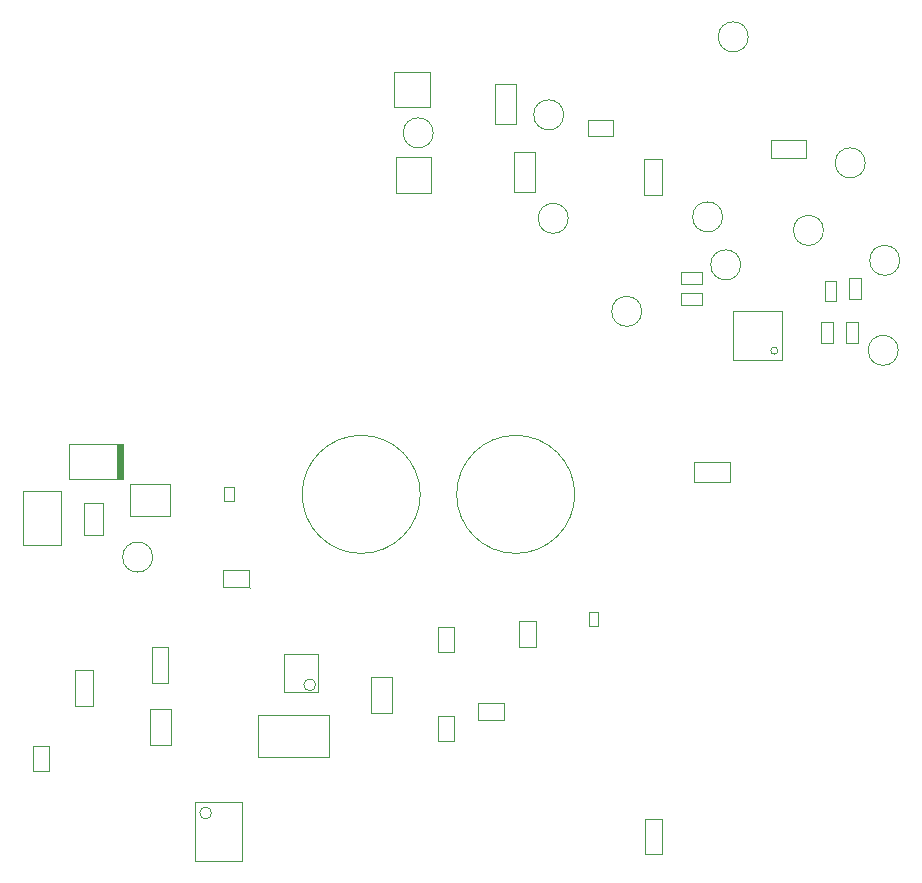
<source format=gbr>
%TF.GenerationSoftware,Altium Limited,Altium Designer,20.0.11 (256)*%
G04 Layer_Color=16711935*
%FSLAX26Y26*%
%MOIN*%
%TF.FileFunction,Other,Mechanical_13*%
%TF.Part,Single*%
G01*
G75*
%TA.AperFunction,NonConductor*%
%ADD110C,0.003937*%
%ADD165R,0.024358X0.114961*%
D110*
X1173150Y745000D02*
G03*
X1173150Y745000I-19685J0D01*
G01*
X2713898Y1858819D02*
G03*
X2713898Y1858819I-11811J0D01*
G01*
X2036850Y1380000D02*
G03*
X2036850Y1380000I-196850J0D01*
G01*
X2865768Y2260000D02*
G03*
X2865768Y2260000I-50000J0D01*
G01*
X3005000Y2485000D02*
G03*
X3005000Y2485000I-50000J0D01*
G01*
X826378Y317992D02*
G03*
X826378Y317992I-19685J0D01*
G01*
X957268Y1066535D02*
G03*
X957268Y1066535I-929J0D01*
G01*
X1521850Y1380000D02*
G03*
X1521850Y1380000I-196850J0D01*
G01*
X2590000Y2145000D02*
G03*
X2590000Y2145000I-50000J0D01*
G01*
X3120000Y2160000D02*
G03*
X3120000Y2160000I-50000J0D01*
G01*
X3115000Y1860000D02*
G03*
X3115000Y1860000I-50000J0D01*
G01*
X630000Y1171000D02*
G03*
X630000Y1171000I-50000J0D01*
G01*
X2615000Y2905000D02*
G03*
X2615000Y2905000I-50000J0D01*
G01*
X2529571Y2305000D02*
G03*
X2529571Y2305000I-50000J0D01*
G01*
X2260000Y1990000D02*
G03*
X2260000Y1990000I-50000J0D01*
G01*
X2000000Y2645000D02*
G03*
X2000000Y2645000I-50000J0D01*
G01*
X2015000Y2300000D02*
G03*
X2015000Y2300000I-50000J0D01*
G01*
X1565000Y2585000D02*
G03*
X1565000Y2585000I-50000J0D01*
G01*
X869252Y1357500D02*
Y1404744D01*
Y1357500D02*
X900748D01*
X869252Y1404744D02*
X900748D01*
Y1357500D02*
Y1404744D01*
X1218110Y506102D02*
Y643898D01*
X981890D02*
X1218110D01*
X981890Y506102D02*
Y643898D01*
Y506102D02*
X1218110D01*
X1907008Y871693D02*
Y958307D01*
X1849921Y871693D02*
Y958307D01*
X1907008D01*
X1849921Y871693D02*
X1907008D01*
X1180551Y722008D02*
Y847992D01*
X1066378D02*
X1180551D01*
X1066378Y722008D02*
X1180551D01*
X1066378D02*
Y847992D01*
X2460433Y2080315D02*
Y2119685D01*
X2389567D02*
X2460433D01*
X2389567Y2080315D02*
Y2119685D01*
Y2080315D02*
X2460433D01*
X2726693Y1828307D02*
Y1991693D01*
X2563307D02*
X2726693D01*
X2563307Y1828307D02*
X2726693D01*
X2563307D02*
Y1991693D01*
X532126Y1431260D02*
Y1546220D01*
X351024Y1431260D02*
Y1546220D01*
Y1431260D02*
X532126D01*
X351024Y1546220D02*
X532126D01*
X464496Y1246047D02*
Y1351953D01*
X401504D02*
X464496D01*
X401504Y1246047D02*
X464496D01*
X401504D02*
Y1351953D01*
X323779Y1210433D02*
Y1389567D01*
X196220D02*
X323779D01*
X196220Y1210433D02*
Y1389567D01*
Y1210433D02*
X323779D01*
X686929Y1306850D02*
Y1413150D01*
X553071Y1306850D02*
Y1413150D01*
Y1306850D02*
X686929D01*
X553071Y1413150D02*
X686929D01*
X2872284Y2025414D02*
X2907717D01*
Y2092343D01*
X2872284Y2025414D02*
Y2092343D01*
X2907717D01*
X2460433Y2010315D02*
Y2049685D01*
X2389567D02*
X2460433D01*
X2389567Y2010315D02*
Y2049685D01*
Y2010315D02*
X2460433D01*
X1905433Y2388071D02*
Y2521929D01*
X1834567Y2388071D02*
Y2521929D01*
X1905433D01*
X1834567Y2388071D02*
X1905433D01*
X681559Y751158D02*
Y870842D01*
X626441D02*
X681559D01*
X626441Y751158D02*
X681559D01*
X626441D02*
Y870842D01*
X2115748Y941378D02*
Y988622D01*
X2084252D02*
X2115748D01*
X2084252Y941378D02*
X2115748D01*
X2084252D02*
Y988622D01*
X1559055Y2385945D02*
Y2504055D01*
X1440945D02*
X1559055D01*
X1440945Y2385945D02*
X1559055D01*
X1440945D02*
Y2504055D01*
X2327559Y180945D02*
Y299055D01*
X2272441D02*
X2327559D01*
X2272441Y180945D02*
X2327559D01*
X2272441D02*
Y299055D01*
X2164532Y2573425D02*
Y2626575D01*
X2081855D02*
X2164532D01*
X2081855Y2573425D02*
Y2626575D01*
Y2573425D02*
X2164532D01*
X928740Y156575D02*
Y353425D01*
X771260D02*
X928740D01*
X771260Y156575D02*
X928740D01*
X771260D02*
Y353425D01*
X951472Y1072441D02*
Y1127559D01*
X864858D02*
X951472D01*
X864858Y1072441D02*
X951472D01*
X864858D02*
Y1127559D01*
X689449Y544961D02*
Y665039D01*
X620551D02*
X689449D01*
X620551Y544961D02*
X689449D01*
X620551D02*
Y665039D01*
X2809055Y2500472D02*
Y2559528D01*
X2690945D02*
X2809055D01*
X2690945Y2500472D02*
X2809055D01*
X2690945D02*
Y2559528D01*
X1715158Y626457D02*
Y683543D01*
X1801772Y626457D02*
Y683543D01*
X1715158D02*
X1801772D01*
X1715158Y626457D02*
X1801772D01*
X429528Y675668D02*
Y793778D01*
X370472Y675668D02*
Y793778D01*
Y675668D02*
X429528D01*
X370472Y793778D02*
X429528D01*
X2268228Y2496457D02*
X2327284D01*
X2268228Y2378347D02*
X2327284D01*
X2268228D02*
Y2496457D01*
X2327284Y2378347D02*
Y2496457D01*
X2434961Y1489449D02*
X2555039D01*
X2434961Y1420551D02*
X2555039D01*
Y1489449D01*
X2434961Y1420551D02*
Y1489449D01*
X2858815Y1884409D02*
Y1955276D01*
X2898185Y1884409D02*
Y1955276D01*
X2858815Y1884409D02*
X2898185D01*
X2858815Y1955276D02*
X2898185D01*
X1581890Y558661D02*
Y641339D01*
X1635039Y558661D02*
Y641339D01*
X1581890Y558661D02*
X1635039D01*
X1581890Y641339D02*
X1635039D01*
X1581890Y853661D02*
Y936339D01*
X1635039Y853661D02*
Y936339D01*
X1581890Y853661D02*
X1635039D01*
X1581890Y936339D02*
X1635039D01*
X1427914Y649961D02*
Y770039D01*
X1359016Y649961D02*
Y770039D01*
Y649961D02*
X1427914D01*
X1359016Y770039D02*
X1427914D01*
X2950315Y2100433D02*
X2989685D01*
X2950315Y2029567D02*
X2989685D01*
Y2100433D01*
X2950315Y2029567D02*
Y2100433D01*
X2979685Y1884567D02*
Y1955433D01*
X2940315Y1884567D02*
Y1955433D01*
X2979685D01*
X2940315Y1884567D02*
X2979685D01*
X1840433Y2613071D02*
Y2746929D01*
X1769567Y2613071D02*
Y2746929D01*
X1840433D01*
X1769567Y2613071D02*
X1840433D01*
X1554055Y2670945D02*
Y2789055D01*
X1435945Y2670945D02*
X1554055D01*
X1435945D02*
Y2789055D01*
X1554055D01*
X231024Y541339D02*
X284173D01*
X231024Y458661D02*
X284173D01*
Y541339D01*
X231024Y458661D02*
Y541339D01*
D165*
X519948Y1488740D02*
D03*
%TF.MD5,85c4f925ab34374674919124d213d093*%
M02*

</source>
